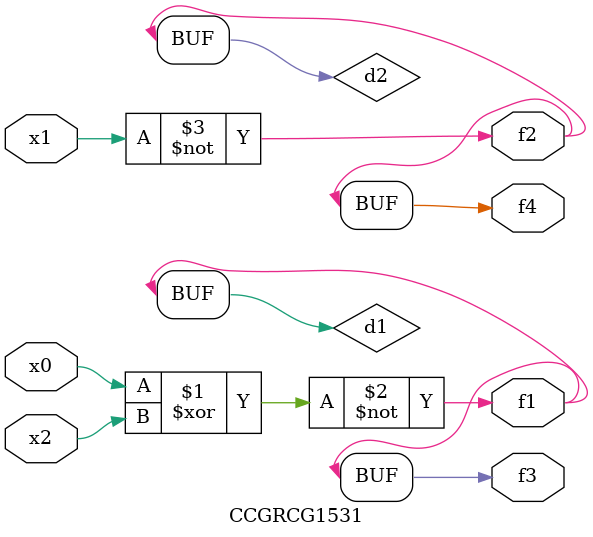
<source format=v>
module CCGRCG1531(
	input x0, x1, x2,
	output f1, f2, f3, f4
);

	wire d1, d2, d3;

	xnor (d1, x0, x2);
	nand (d2, x1);
	nor (d3, x1, x2);
	assign f1 = d1;
	assign f2 = d2;
	assign f3 = d1;
	assign f4 = d2;
endmodule

</source>
